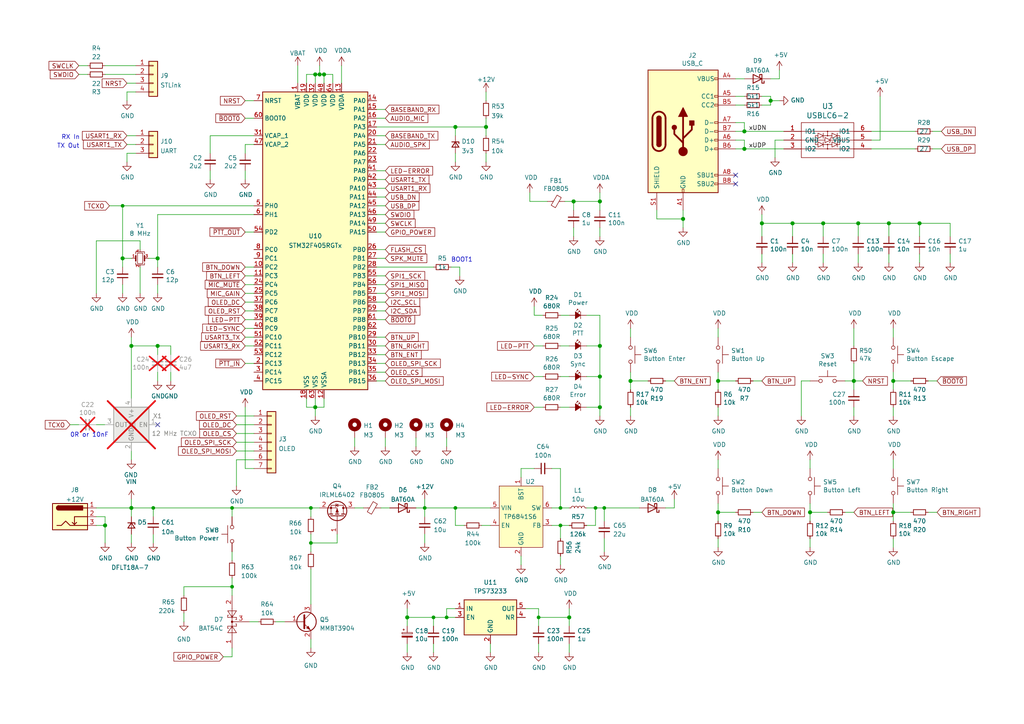
<source format=kicad_sch>
(kicad_sch (version 20230121) (generator eeschema)
  (paper "A4")
  (junction (at 35.56 74.93) (diameter 1.016))
  (junction (at 67.31 170.18))
  (junction (at 67.31 147.32))
  (junction (at 129.54 179.07))
  (junction (at 259.08 110.49) (diameter 1.016))
  (junction (at 208.28 148.59) (diameter 1.016))
  (junction (at 182.88 110.49) (diameter 1.016))
  (junction (at 123.19 147.32))
  (junction (at 234.95 148.59) (diameter 1.016))
  (junction (at 266.7 64.77) (diameter 1.016))
  (junction (at 125.73 179.07))
  (junction (at 173.99 109.22) (diameter 1.016))
  (junction (at 93.98 21.59) (diameter 1.016))
  (junction (at 238.76 64.77) (diameter 1.016))
  (junction (at 257.81 64.77) (diameter 1.016))
  (junction (at 173.99 58.42) (diameter 1.016))
  (junction (at 30.48 152.4) (diameter 1.016))
  (junction (at 208.28 110.49) (diameter 1.016))
  (junction (at 259.08 148.59) (diameter 1.016))
  (junction (at 172.72 147.32))
  (junction (at 162.56 152.4))
  (junction (at 91.44 118.11) (diameter 1.016))
  (junction (at 35.56 59.69))
  (junction (at 175.26 147.32))
  (junction (at 173.99 100.33) (diameter 1.016))
  (junction (at 248.92 64.77) (diameter 1.016))
  (junction (at 220.98 64.77) (diameter 1.016))
  (junction (at 247.65 110.49) (diameter 1.016))
  (junction (at 223.52 29.21) (diameter 1.016))
  (junction (at 198.12 63.5) (diameter 1.016))
  (junction (at 92.71 21.59) (diameter 1.016))
  (junction (at 45.72 74.93) (diameter 1.016))
  (junction (at 44.45 147.32))
  (junction (at 45.72 100.33) (diameter 1.016))
  (junction (at 38.1 100.33) (diameter 1.016))
  (junction (at 215.9 43.18) (diameter 1.016))
  (junction (at 90.17 157.48))
  (junction (at 118.11 179.07) (diameter 1.016))
  (junction (at 91.44 21.59) (diameter 1.016))
  (junction (at 132.08 147.32))
  (junction (at 38.1 147.32) (diameter 1.016))
  (junction (at 156.21 179.07))
  (junction (at 173.99 118.11) (diameter 1.016))
  (junction (at 215.9 38.1) (diameter 1.016))
  (junction (at 140.97 36.83) (diameter 1.016))
  (junction (at 162.56 147.32))
  (junction (at 166.37 58.42) (diameter 1.016))
  (junction (at 132.08 36.83) (diameter 1.016))
  (junction (at 90.17 147.32))
  (junction (at 229.87 64.77) (diameter 1.016))
  (junction (at 165.1 179.07) (diameter 1.016))
  (no_connect (at 213.36 50.8))
  (no_connect (at 213.36 53.34))
  (no_connect (at 45.72 123.19))
  (wire (pts (xy 91.44 115.57) (xy 91.44 118.11)))
  (wire (pts (xy 223.52 29.21) (xy 226.06 29.21)))
  (wire (pts (xy 109.22 92.71) (xy 111.76 92.71)))
  (wire (pts (xy 73.66 133.35) (xy 68.58 133.35)))
  (wire (pts (xy 223.52 29.21) (xy 223.52 30.48)))
  (wire (pts (xy 227.33 40.64) (xy 224.79 40.64)))
  (wire (pts (xy 173.99 58.42) (xy 173.99 55.88)))
  (wire (pts (xy 160.02 152.4) (xy 162.56 152.4)))
  (wire (pts (xy 208.28 95.25) (xy 208.28 97.79)))
  (wire (pts (xy 44.45 147.32) (xy 67.31 147.32)))
  (wire (pts (xy 259.08 110.49) (xy 259.08 113.03)))
  (wire (pts (xy 71.12 41.91) (xy 71.12 44.45)))
  (wire (pts (xy 140.97 26.67) (xy 140.97 29.21)))
  (wire (pts (xy 140.97 34.29) (xy 140.97 36.83)))
  (wire (pts (xy 140.97 36.83) (xy 140.97 39.37)))
  (wire (pts (xy 40.64 77.47) (xy 40.64 85.09)))
  (wire (pts (xy 88.9 24.13) (xy 88.9 21.59)))
  (wire (pts (xy 99.06 19.05) (xy 99.06 24.13)))
  (wire (pts (xy 109.22 74.93) (xy 111.76 74.93)))
  (wire (pts (xy 259.08 156.21) (xy 259.08 158.75)))
  (wire (pts (xy 109.22 87.63) (xy 111.76 87.63)))
  (wire (pts (xy 68.58 133.35) (xy 68.58 140.97)))
  (wire (pts (xy 38.1 144.78) (xy 38.1 147.32)))
  (wire (pts (xy 223.52 27.94) (xy 223.52 29.21)))
  (wire (pts (xy 238.76 73.66) (xy 238.76 76.2)))
  (wire (pts (xy 71.12 41.91) (xy 73.66 41.91)))
  (wire (pts (xy 35.56 59.69) (xy 35.56 74.93)))
  (wire (pts (xy 30.48 21.59) (xy 39.37 21.59)))
  (wire (pts (xy 166.37 66.04) (xy 166.37 68.58)))
  (wire (pts (xy 151.13 135.89) (xy 151.13 138.43)))
  (wire (pts (xy 90.17 165.1) (xy 90.17 175.26)))
  (wire (pts (xy 266.7 73.66) (xy 266.7 76.2)))
  (wire (pts (xy 123.19 147.32) (xy 123.19 149.86)))
  (wire (pts (xy 27.94 69.85) (xy 27.94 85.09)))
  (wire (pts (xy 40.64 69.85) (xy 27.94 69.85)))
  (wire (pts (xy 40.64 72.39) (xy 40.64 69.85)))
  (wire (pts (xy 123.19 144.78) (xy 123.19 147.32)))
  (wire (pts (xy 162.56 118.11) (xy 165.1 118.11)))
  (wire (pts (xy 247.65 110.49) (xy 247.65 113.03)))
  (wire (pts (xy 36.83 39.37) (xy 39.37 39.37)))
  (wire (pts (xy 91.44 21.59) (xy 88.9 21.59)))
  (wire (pts (xy 53.34 170.18) (xy 67.31 170.18)))
  (wire (pts (xy 257.81 73.66) (xy 257.81 76.2)))
  (wire (pts (xy 111.76 85.09) (xy 109.22 85.09)))
  (wire (pts (xy 157.48 91.44) (xy 154.94 91.44)))
  (wire (pts (xy 30.48 19.05) (xy 39.37 19.05)))
  (wire (pts (xy 245.11 148.59) (xy 247.65 148.59)))
  (wire (pts (xy 67.31 149.86) (xy 67.31 147.32)))
  (wire (pts (xy 252.73 38.1) (xy 265.43 38.1)))
  (wire (pts (xy 45.72 74.93) (xy 45.72 77.47)))
  (wire (pts (xy 49.53 107.95) (xy 49.53 110.49)))
  (wire (pts (xy 170.18 100.33) (xy 173.99 100.33)))
  (wire (pts (xy 162.56 152.4) (xy 165.1 152.4)))
  (wire (pts (xy 109.22 90.17) (xy 111.76 90.17)))
  (wire (pts (xy 30.48 152.4) (xy 30.48 157.48)))
  (wire (pts (xy 27.94 152.4) (xy 30.48 152.4)))
  (wire (pts (xy 229.87 64.77) (xy 238.76 64.77)))
  (wire (pts (xy 162.56 161.29) (xy 162.56 163.83)))
  (wire (pts (xy 71.12 90.17) (xy 73.66 90.17)))
  (wire (pts (xy 86.36 19.05) (xy 86.36 24.13)))
  (wire (pts (xy 43.18 74.93) (xy 45.72 74.93)))
  (wire (pts (xy 72.39 180.34) (xy 74.93 180.34)))
  (wire (pts (xy 109.22 52.07) (xy 111.76 52.07)))
  (wire (pts (xy 38.1 130.81) (xy 38.1 133.35)))
  (wire (pts (xy 224.79 40.64) (xy 224.79 45.72)))
  (wire (pts (xy 252.73 43.18) (xy 265.43 43.18)))
  (wire (pts (xy 232.41 110.49) (xy 232.41 120.65)))
  (wire (pts (xy 182.88 118.11) (xy 182.88 120.65)))
  (wire (pts (xy 91.44 118.11) (xy 91.44 120.65)))
  (wire (pts (xy 275.59 73.66) (xy 275.59 76.2)))
  (wire (pts (xy 173.99 66.04) (xy 173.99 68.58)))
  (wire (pts (xy 270.51 38.1) (xy 273.05 38.1)))
  (wire (pts (xy 71.12 87.63) (xy 73.66 87.63)))
  (wire (pts (xy 45.72 100.33) (xy 45.72 102.87)))
  (wire (pts (xy 38.1 147.32) (xy 38.1 149.86)))
  (wire (pts (xy 245.11 110.49) (xy 247.65 110.49)))
  (wire (pts (xy 275.59 64.77) (xy 275.59 68.58)))
  (wire (pts (xy 220.98 64.77) (xy 229.87 64.77)))
  (wire (pts (xy 88.9 118.11) (xy 91.44 118.11)))
  (wire (pts (xy 88.9 115.57) (xy 88.9 118.11)))
  (wire (pts (xy 91.44 118.11) (xy 93.98 118.11)))
  (wire (pts (xy 93.98 115.57) (xy 93.98 118.11)))
  (wire (pts (xy 111.76 127) (xy 111.76 129.54)))
  (wire (pts (xy 247.65 118.11) (xy 247.65 120.65)))
  (wire (pts (xy 252.73 40.64) (xy 255.27 40.64)))
  (wire (pts (xy 270.51 43.18) (xy 273.05 43.18)))
  (wire (pts (xy 35.56 59.69) (xy 73.66 59.69)))
  (wire (pts (xy 208.28 146.05) (xy 208.28 148.59)))
  (wire (pts (xy 266.7 64.77) (xy 275.59 64.77)))
  (wire (pts (xy 90.17 147.32) (xy 90.17 149.86)))
  (wire (pts (xy 162.56 147.32) (xy 162.56 135.89)))
  (wire (pts (xy 157.48 100.33) (xy 154.94 100.33)))
  (wire (pts (xy 71.12 29.21) (xy 73.66 29.21)))
  (wire (pts (xy 208.28 110.49) (xy 208.28 113.03)))
  (wire (pts (xy 190.5 60.96) (xy 190.5 63.5)))
  (wire (pts (xy 142.24 147.32) (xy 132.08 147.32)))
  (wire (pts (xy 71.12 82.55) (xy 73.66 82.55)))
  (wire (pts (xy 166.37 58.42) (xy 173.99 58.42)))
  (wire (pts (xy 175.26 147.32) (xy 175.26 151.13)))
  (wire (pts (xy 109.22 49.53) (xy 111.76 49.53)))
  (wire (pts (xy 165.1 186.69) (xy 165.1 189.23)))
  (wire (pts (xy 36.83 26.67) (xy 36.83 29.21)))
  (wire (pts (xy 39.37 26.67) (xy 36.83 26.67)))
  (wire (pts (xy 173.99 58.42) (xy 173.99 60.96)))
  (wire (pts (xy 132.08 44.45) (xy 132.08 46.99)))
  (wire (pts (xy 156.21 179.07) (xy 165.1 179.07)))
  (wire (pts (xy 255.27 27.94) (xy 255.27 40.64)))
  (wire (pts (xy 213.36 38.1) (xy 215.9 38.1)))
  (wire (pts (xy 45.72 107.95) (xy 45.72 110.49)))
  (wire (pts (xy 234.95 133.35) (xy 234.95 135.89)))
  (wire (pts (xy 67.31 170.18) (xy 67.31 172.72)))
  (wire (pts (xy 123.19 147.32) (xy 132.08 147.32)))
  (wire (pts (xy 213.36 43.18) (xy 215.9 43.18)))
  (wire (pts (xy 45.72 62.23) (xy 45.72 74.93)))
  (wire (pts (xy 208.28 107.95) (xy 208.28 110.49)))
  (wire (pts (xy 140.97 44.45) (xy 140.97 46.99)))
  (wire (pts (xy 257.81 64.77) (xy 257.81 68.58)))
  (wire (pts (xy 60.96 49.53) (xy 60.96 52.07)))
  (wire (pts (xy 247.65 110.49) (xy 250.19 110.49)))
  (wire (pts (xy 195.58 144.78) (xy 195.58 147.32)))
  (wire (pts (xy 53.34 177.8) (xy 53.34 180.34)))
  (wire (pts (xy 248.92 64.77) (xy 248.92 68.58)))
  (wire (pts (xy 109.22 105.41) (xy 111.76 105.41)))
  (wire (pts (xy 218.44 148.59) (xy 220.98 148.59)))
  (wire (pts (xy 71.12 100.33) (xy 73.66 100.33)))
  (wire (pts (xy 71.12 80.01) (xy 73.66 80.01)))
  (wire (pts (xy 71.12 85.09) (xy 73.66 85.09)))
  (wire (pts (xy 71.12 77.47) (xy 73.66 77.47)))
  (wire (pts (xy 170.18 147.32) (xy 172.72 147.32)))
  (wire (pts (xy 259.08 95.25) (xy 259.08 97.79)))
  (wire (pts (xy 208.28 148.59) (xy 208.28 151.13)))
  (wire (pts (xy 68.58 128.27) (xy 73.66 128.27)))
  (wire (pts (xy 125.73 179.07) (xy 129.54 179.07)))
  (wire (pts (xy 129.54 179.07) (xy 132.08 179.07)))
  (wire (pts (xy 162.56 100.33) (xy 165.1 100.33)))
  (wire (pts (xy 247.65 105.41) (xy 247.65 110.49)))
  (wire (pts (xy 162.56 135.89) (xy 160.02 135.89)))
  (wire (pts (xy 111.76 64.77) (xy 109.22 64.77)))
  (wire (pts (xy 109.22 110.49) (xy 111.76 110.49)))
  (wire (pts (xy 109.22 100.33) (xy 111.76 100.33)))
  (wire (pts (xy 215.9 43.18) (xy 227.33 43.18)))
  (wire (pts (xy 71.12 97.79) (xy 73.66 97.79)))
  (wire (pts (xy 259.08 118.11) (xy 259.08 120.65)))
  (wire (pts (xy 25.4 19.05) (xy 22.86 19.05)))
  (wire (pts (xy 162.56 147.32) (xy 165.1 147.32)))
  (wire (pts (xy 102.87 147.32) (xy 105.41 147.32)))
  (wire (pts (xy 111.76 62.23) (xy 109.22 62.23)))
  (wire (pts (xy 269.24 110.49) (xy 271.78 110.49)))
  (wire (pts (xy 213.36 30.48) (xy 215.9 30.48)))
  (wire (pts (xy 220.98 27.94) (xy 223.52 27.94)))
  (wire (pts (xy 109.22 77.47) (xy 125.73 77.47)))
  (wire (pts (xy 157.48 118.11) (xy 154.94 118.11)))
  (wire (pts (xy 35.56 82.55) (xy 35.56 85.09)))
  (wire (pts (xy 111.76 82.55) (xy 109.22 82.55)))
  (wire (pts (xy 247.65 95.25) (xy 247.65 100.33)))
  (wire (pts (xy 90.17 157.48) (xy 90.17 160.02)))
  (wire (pts (xy 118.11 179.07) (xy 118.11 181.61)))
  (wire (pts (xy 165.1 179.07) (xy 165.1 181.61)))
  (wire (pts (xy 90.17 154.94) (xy 90.17 157.48)))
  (wire (pts (xy 39.37 24.13) (xy 36.83 24.13)))
  (wire (pts (xy 170.18 91.44) (xy 173.99 91.44)))
  (wire (pts (xy 198.12 63.5) (xy 198.12 60.96)))
  (wire (pts (xy 90.17 185.42) (xy 90.17 187.96)))
  (wire (pts (xy 38.1 100.33) (xy 38.1 97.79)))
  (wire (pts (xy 39.37 44.45) (xy 36.83 44.45)))
  (wire (pts (xy 162.56 91.44) (xy 165.1 91.44)))
  (wire (pts (xy 35.56 74.93) (xy 35.56 77.47)))
  (wire (pts (xy 123.19 154.94) (xy 123.19 157.48)))
  (wire (pts (xy 68.58 123.19) (xy 73.66 123.19)))
  (wire (pts (xy 45.72 100.33) (xy 49.53 100.33)))
  (wire (pts (xy 109.22 67.31) (xy 111.76 67.31)))
  (wire (pts (xy 109.22 31.75) (xy 111.76 31.75)))
  (wire (pts (xy 60.96 39.37) (xy 60.96 44.45)))
  (wire (pts (xy 156.21 186.69) (xy 156.21 189.23)))
  (wire (pts (xy 111.76 72.39) (xy 109.22 72.39)))
  (wire (pts (xy 151.13 161.29) (xy 151.13 163.83)))
  (wire (pts (xy 170.18 152.4) (xy 172.72 152.4)))
  (wire (pts (xy 158.75 58.42) (xy 153.67 58.42)))
  (wire (pts (xy 38.1 100.33) (xy 45.72 100.33)))
  (wire (pts (xy 109.22 39.37) (xy 111.76 39.37)))
  (wire (pts (xy 259.08 148.59) (xy 259.08 151.13)))
  (wire (pts (xy 162.56 109.22) (xy 165.1 109.22)))
  (wire (pts (xy 36.83 41.91) (xy 39.37 41.91)))
  (wire (pts (xy 175.26 156.21) (xy 175.26 160.02)))
  (wire (pts (xy 132.08 36.83) (xy 140.97 36.83)))
  (wire (pts (xy 132.08 39.37) (xy 132.08 36.83)))
  (wire (pts (xy 142.24 186.69) (xy 142.24 189.23)))
  (wire (pts (xy 125.73 186.69) (xy 125.73 189.23)))
  (wire (pts (xy 238.76 64.77) (xy 248.92 64.77)))
  (wire (pts (xy 45.72 62.23) (xy 73.66 62.23)))
  (wire (pts (xy 208.28 110.49) (xy 213.36 110.49)))
  (wire (pts (xy 130.81 77.47) (xy 133.35 77.47)))
  (wire (pts (xy 25.4 21.59) (xy 22.86 21.59)))
  (wire (pts (xy 44.45 154.94) (xy 44.45 157.48)))
  (wire (pts (xy 154.94 135.89) (xy 151.13 135.89)))
  (wire (pts (xy 213.36 35.56) (xy 215.9 35.56)))
  (wire (pts (xy 170.18 118.11) (xy 173.99 118.11)))
  (wire (pts (xy 68.58 125.73) (xy 73.66 125.73)))
  (wire (pts (xy 92.71 21.59) (xy 91.44 21.59)))
  (wire (pts (xy 93.98 21.59) (xy 92.71 21.59)))
  (wire (pts (xy 208.28 118.11) (xy 208.28 120.65)))
  (wire (pts (xy 118.11 186.69) (xy 118.11 189.23)))
  (wire (pts (xy 110.49 147.32) (xy 113.03 147.32)))
  (wire (pts (xy 157.48 109.22) (xy 154.94 109.22)))
  (wire (pts (xy 234.95 148.59) (xy 234.95 151.13)))
  (wire (pts (xy 223.52 22.86) (xy 226.06 22.86)))
  (wire (pts (xy 165.1 179.07) (xy 165.1 176.53)))
  (wire (pts (xy 38.1 154.94) (xy 38.1 157.48)))
  (wire (pts (xy 93.98 24.13) (xy 93.98 21.59)))
  (wire (pts (xy 234.95 146.05) (xy 234.95 148.59)))
  (wire (pts (xy 208.28 133.35) (xy 208.28 135.89)))
  (wire (pts (xy 73.66 92.71) (xy 71.12 92.71)))
  (wire (pts (xy 102.87 127) (xy 102.87 129.54)))
  (wire (pts (xy 190.5 63.5) (xy 198.12 63.5)))
  (wire (pts (xy 120.65 147.32) (xy 123.19 147.32)))
  (wire (pts (xy 53.34 172.72) (xy 53.34 170.18)))
  (wire (pts (xy 67.31 147.32) (xy 90.17 147.32)))
  (wire (pts (xy 215.9 40.64) (xy 215.9 43.18)))
  (wire (pts (xy 96.52 24.13) (xy 96.52 21.59)))
  (wire (pts (xy 27.94 123.19) (xy 30.48 123.19)))
  (wire (pts (xy 213.36 22.86) (xy 215.9 22.86)))
  (wire (pts (xy 172.72 147.32) (xy 172.72 152.4)))
  (wire (pts (xy 73.66 95.25) (xy 71.12 95.25)))
  (wire (pts (xy 109.22 102.87) (xy 111.76 102.87)))
  (wire (pts (xy 226.06 22.86) (xy 226.06 20.32)))
  (wire (pts (xy 60.96 39.37) (xy 73.66 39.37)))
  (wire (pts (xy 67.31 187.96) (xy 67.31 190.5)))
  (wire (pts (xy 259.08 133.35) (xy 259.08 135.89)))
  (wire (pts (xy 220.98 62.23) (xy 220.98 64.77)))
  (wire (pts (xy 71.12 67.31) (xy 73.66 67.31)))
  (wire (pts (xy 259.08 110.49) (xy 264.16 110.49)))
  (wire (pts (xy 172.72 147.32) (xy 175.26 147.32)))
  (wire (pts (xy 152.4 176.53) (xy 156.21 176.53)))
  (wire (pts (xy 156.21 176.53) (xy 156.21 179.07)))
  (wire (pts (xy 118.11 179.07) (xy 118.11 176.53)))
  (wire (pts (xy 198.12 63.5) (xy 198.12 66.04)))
  (wire (pts (xy 162.56 152.4) (xy 162.56 156.21)))
  (wire (pts (xy 80.01 180.34) (xy 82.55 180.34)))
  (wire (pts (xy 160.02 147.32) (xy 162.56 147.32)))
  (wire (pts (xy 109.22 107.95) (xy 111.76 107.95)))
  (wire (pts (xy 234.95 148.59) (xy 240.03 148.59)))
  (wire (pts (xy 36.83 44.45) (xy 36.83 46.99)))
  (wire (pts (xy 20.32 123.19) (xy 22.86 123.19)))
  (wire (pts (xy 97.79 154.94) (xy 97.79 157.48)))
  (wire (pts (xy 193.04 110.49) (xy 195.58 110.49)))
  (wire (pts (xy 96.52 21.59) (xy 93.98 21.59)))
  (wire (pts (xy 229.87 64.77) (xy 229.87 68.58)))
  (wire (pts (xy 90.17 157.48) (xy 97.79 157.48)))
  (wire (pts (xy 182.88 110.49) (xy 187.96 110.49)))
  (wire (pts (xy 38.1 147.32) (xy 44.45 147.32)))
  (wire (pts (xy 27.94 149.86) (xy 30.48 149.86)))
  (wire (pts (xy 30.48 149.86) (xy 30.48 152.4)))
  (wire (pts (xy 259.08 146.05) (xy 259.08 148.59)))
  (wire (pts (xy 175.26 147.32) (xy 185.42 147.32)))
  (wire (pts (xy 182.88 110.49) (xy 182.88 113.03)))
  (wire (pts (xy 257.81 64.77) (xy 266.7 64.77)))
  (wire (pts (xy 132.08 147.32) (xy 132.08 152.4)))
  (wire (pts (xy 92.71 19.05) (xy 92.71 21.59)))
  (wire (pts (xy 125.73 179.07) (xy 125.73 181.61)))
  (wire (pts (xy 68.58 130.81) (xy 73.66 130.81)))
  (wire (pts (xy 208.28 148.59) (xy 213.36 148.59)))
  (wire (pts (xy 109.22 41.91) (xy 111.76 41.91)))
  (wire (pts (xy 71.12 49.53) (xy 71.12 52.07)))
  (wire (pts (xy 31.75 59.69) (xy 35.56 59.69)))
  (wire (pts (xy 223.52 30.48) (xy 220.98 30.48)))
  (wire (pts (xy 154.94 91.44) (xy 154.94 88.9)))
  (wire (pts (xy 71.12 105.41) (xy 73.66 105.41)))
  (wire (pts (xy 109.22 80.01) (xy 111.76 80.01)))
  (wire (pts (xy 218.44 110.49) (xy 220.98 110.49)))
  (wire (pts (xy 71.12 135.89) (xy 71.12 118.11)))
  (wire (pts (xy 73.66 135.89) (xy 71.12 135.89)))
  (wire (pts (xy 266.7 64.77) (xy 266.7 68.58)))
  (wire (pts (xy 193.04 147.32) (xy 195.58 147.32)))
  (wire (pts (xy 132.08 152.4) (xy 134.62 152.4)))
  (wire (pts (xy 120.65 127) (xy 120.65 129.54)))
  (wire (pts (xy 45.72 82.55) (xy 45.72 85.09)))
  (wire (pts (xy 234.95 156.21) (xy 234.95 158.75)))
  (wire (pts (xy 35.56 74.93) (xy 38.1 74.93)))
  (wire (pts (xy 139.7 152.4) (xy 142.24 152.4)))
  (wire (pts (xy 213.36 27.94) (xy 215.9 27.94)))
  (wire (pts (xy 90.17 147.32) (xy 92.71 147.32)))
  (wire (pts (xy 248.92 64.77) (xy 257.81 64.77)))
  (wire (pts (xy 269.24 148.59) (xy 271.78 148.59)))
  (wire (pts (xy 259.08 148.59) (xy 264.16 148.59)))
  (wire (pts (xy 132.08 176.53) (xy 129.54 176.53)))
  (wire (pts (xy 129.54 176.53) (xy 129.54 179.07)))
  (wire (pts (xy 163.83 58.42) (xy 166.37 58.42)))
  (wire (pts (xy 220.98 68.58) (xy 220.98 64.77)))
  (wire (pts (xy 109.22 36.83) (xy 132.08 36.83)))
  (wire (pts (xy 64.77 190.5) (xy 67.31 190.5)))
  (wire (pts (xy 229.87 73.66) (xy 229.87 76.2)))
  (wire (pts (xy 67.31 167.64) (xy 67.31 170.18)))
  (wire (pts (xy 215.9 38.1) (xy 227.33 38.1)))
  (wire (pts (xy 44.45 147.32) (xy 44.45 149.86)))
  (wire (pts (xy 182.88 95.25) (xy 182.88 97.79)))
  (wire (pts (xy 133.35 77.47) (xy 133.35 80.01)))
  (wire (pts (xy 71.12 34.29) (xy 73.66 34.29)))
  (wire (pts (xy 173.99 100.33) (xy 173.99 109.22)))
  (wire (pts (xy 156.21 179.07) (xy 156.21 181.61)))
  (wire (pts (xy 49.53 100.33) (xy 49.53 102.87)))
  (wire (pts (xy 182.88 107.95) (xy 182.88 110.49)))
  (wire (pts (xy 248.92 73.66) (xy 248.92 76.2)))
  (wire (pts (xy 215.9 35.56) (xy 215.9 38.1)))
  (wire (pts (xy 173.99 109.22) (xy 173.99 118.11)))
  (wire (pts (xy 220.98 73.66) (xy 220.98 76.2)))
  (wire (pts (xy 38.1 115.57) (xy 38.1 100.33)))
  (wire (pts (xy 173.99 118.11) (xy 173.99 120.65)))
  (wire (pts (xy 238.76 64.77) (xy 238.76 68.58)))
  (wire (pts (xy 91.44 24.13) (xy 91.44 21.59)))
  (wire (pts (xy 68.58 120.65) (xy 73.66 120.65)))
  (wire (pts (xy 67.31 160.02) (xy 67.31 162.56)))
  (wire (pts (xy 173.99 91.44) (xy 173.99 100.33)))
  (wire (pts (xy 27.94 147.32) (xy 38.1 147.32)))
  (wire (pts (xy 259.08 107.95) (xy 259.08 110.49)))
  (wire (pts (xy 170.18 109.22) (xy 173.99 109.22)))
  (wire (pts (xy 153.67 58.42) (xy 153.67 55.88)))
  (wire (pts (xy 111.76 59.69) (xy 109.22 59.69)))
  (wire (pts (xy 166.37 58.42) (xy 166.37 60.96)))
  (wire (pts (xy 213.36 40.64) (xy 215.9 40.64)))
  (wire (pts (xy 125.73 179.07) (xy 118.11 179.07)))
  (wire (pts (xy 232.41 110.49) (xy 234.95 110.49)))
  (wire (pts (xy 109.22 34.29) (xy 111.76 34.29)))
  (wire (pts (xy 109.22 54.61) (xy 111.76 54.61)))
  (wire (pts (xy 208.28 156.21) (xy 208.28 158.75)))
  (wire (pts (xy 129.54 127) (xy 129.54 129.54)))
  (wire (pts (xy 111.76 57.15) (xy 109.22 57.15)))
  (wire (pts (xy 109.22 97.79) (xy 111.76 97.79)))
  (text "BOOT1" (at 130.81 76.2 0) (effects (font (size 1.27 1.27)) (justify left bottom)))
  (text "TX Out" (at 16.51 43.18 0) (effects (font (size 1.27 1.27)) (justify left bottom)))
  (text "RX In" (at 17.78 40.64 0) (effects (font (size 1.27 1.27)) (justify left bottom)))
  (text "0R or 10nF" (at 20.32 127 0) (effects (font (size 1.27 1.27)) (justify left bottom)))
  (label "xUDN" (at 217.17 38.1 0))
  (label "xUDP" (at 217.17 43.18 0))
  (global_label "GPIO_POWER" (shape input) (at 64.77 190.5 180) (property "Intersheetrefs" "${INTERSHEET_REFS}" (effects hide)))
  (global_label "LED-SYNC" (shape input) (at 154.94 109.22 180) (property "Intersheetrefs" "${INTERSHEET_REFS}" (effects hide)))
  (global_label "USART1_RX" (shape input) (at 36.83 39.37 180) (property "Intersheetrefs" "${INTERSHEET_REFS}" (effects hide)))
  (global_label "LED-ERROR" (shape input) (at 154.94 118.11 180) (property "Intersheetrefs" "${INTERSHEET_REFS}" (effects hide)))
  (global_label "OLED_CS" (shape input) (at 111.76 107.95 0) (property "Intersheetrefs" "${INTERSHEET_REFS}" (effects hide)))
  (global_label "USB_DP" (shape input) (at 273.05 43.18 0) (property "Intersheetrefs" "${INTERSHEET_REFS}" (effects hide)))
  (global_label "SWCLK" (shape input) (at 111.76 64.77 0) (property "Intersheetrefs" "${INTERSHEET_REFS}" (effects hide)))
  (global_label "~{PTT_IN}" (shape input) (at 71.12 105.41 180) (property "Intersheetrefs" "${INTERSHEET_REFS}" (effects hide)))
  (global_label "OLED_SPI_MOSI" (shape input) (at 111.76 110.49 0) (property "Intersheetrefs" "${INTERSHEET_REFS}" (effects hide)))
  (global_label "OLED_SPI_SCK" (shape input) (at 68.58 128.27 180) (property "Intersheetrefs" "${INTERSHEET_REFS}" (effects hide)))
  (global_label "TCXO" (shape input) (at 20.32 123.19 180) (property "Intersheetrefs" "${INTERSHEET_REFS}" (effects hide)))
  (global_label "OLED_DC" (shape input) (at 68.58 123.19 180) (property "Intersheetrefs" "${INTERSHEET_REFS}" (effects hide)))
  (global_label "BTN_LEFT" (shape input) (at 247.65 148.59 0) (property "Intersheetrefs" "${INTERSHEET_REFS}" (effects hide)))
  (global_label "~{BOOT0}" (shape input) (at 111.76 92.71 0) (property "Intersheetrefs" "${INTERSHEET_REFS}" (effects hide)))
  (global_label "TCXO" (shape input) (at 31.75 59.69 180) (property "Intersheetrefs" "${INTERSHEET_REFS}" (effects hide)))
  (global_label "MIC_GAIN" (shape input) (at 71.12 85.09 180) (property "Intersheetrefs" "${INTERSHEET_REFS}" (effects hide)))
  (global_label "OLED_SPI_MOSI" (shape input) (at 68.58 130.81 180) (property "Intersheetrefs" "${INTERSHEET_REFS}" (effects hide)))
  (global_label "SWCLK" (shape input) (at 22.86 19.05 180) (property "Intersheetrefs" "${INTERSHEET_REFS}" (effects hide)))
  (global_label "BTN_ENT" (shape input) (at 195.58 110.49 0) (property "Intersheetrefs" "${INTERSHEET_REFS}" (effects hide)))
  (global_label "AUDIO_SPK" (shape input) (at 111.76 41.91 0) (property "Intersheetrefs" "${INTERSHEET_REFS}" (effects hide)))
  (global_label "OLED_DC" (shape input) (at 71.12 87.63 180) (property "Intersheetrefs" "${INTERSHEET_REFS}" (effects hide)))
  (global_label "~{PTT_OUT}" (shape input) (at 71.12 67.31 180) (property "Intersheetrefs" "${INTERSHEET_REFS}" (effects hide)))
  (global_label "~{MIC_MUTE}" (shape input) (at 71.12 82.55 180) (property "Intersheetrefs" "${INTERSHEET_REFS}" (effects hide)))
  (global_label "SWDIO" (shape input) (at 22.86 21.59 180) (property "Intersheetrefs" "${INTERSHEET_REFS}" (effects hide)))
  (global_label "LED-PTT" (shape input) (at 71.12 92.71 180) (property "Intersheetrefs" "${INTERSHEET_REFS}" (effects hide)))
  (global_label "~{BOOT0}" (shape input) (at 271.78 110.49 0) (property "Intersheetrefs" "${INTERSHEET_REFS}" (effects hide)))
  (global_label "OLED_SPI_SCK" (shape input) (at 111.76 105.41 0) (property "Intersheetrefs" "${INTERSHEET_REFS}" (effects hide)))
  (global_label "LED-ERROR" (shape input) (at 111.76 49.53 0) (property "Intersheetrefs" "${INTERSHEET_REFS}" (effects hide)))
  (global_label "BTN_DOWN" (shape input) (at 71.12 77.47 180) (property "Intersheetrefs" "${INTERSHEET_REFS}" (effects hide)))
  (global_label "LED-PTT" (shape input) (at 154.94 100.33 180) (property "Intersheetrefs" "${INTERSHEET_REFS}" (effects hide)))
  (global_label "USB_DP" (shape input) (at 111.76 59.69 0) (property "Intersheetrefs" "${INTERSHEET_REFS}" (effects hide)))
  (global_label "I2C_SCL" (shape input) (at 111.76 87.63 0) (property "Intersheetrefs" "${INTERSHEET_REFS}" (effects hide)))
  (global_label "AUDIO_MIC" (shape input) (at 111.76 34.29 0) (property "Intersheetrefs" "${INTERSHEET_REFS}" (effects hide)))
  (global_label "BTN_LEFT" (shape input) (at 71.12 80.01 180) (property "Intersheetrefs" "${INTERSHEET_REFS}" (effects hide)))
  (global_label "SPI1_MOSI" (shape input) (at 111.76 85.09 0) (property "Intersheetrefs" "${INTERSHEET_REFS}" (effects hide)))
  (global_label "USB_DN" (shape input) (at 111.76 57.15 0) (property "Intersheetrefs" "${INTERSHEET_REFS}" (effects hide)))
  (global_label "USART1_TX" (shape input) (at 111.76 52.07 0) (property "Intersheetrefs" "${INTERSHEET_REFS}" (effects hide)))
  (global_label "USART1_RX" (shape input) (at 111.76 54.61 0) (property "Intersheetrefs" "${INTERSHEET_REFS}" (effects hide)))
  (global_label "BTN_ENT" (shape input) (at 111.76 102.87 0) (property "Intersheetrefs" "${INTERSHEET_REFS}" (effects hide)))
  (global_label "NRST" (shape input) (at 36.83 24.13 180) (property "Intersheetrefs" "${INTERSHEET_REFS}" (effects hide)))
  (global_label "FLASH_CS" (shape input) (at 111.76 72.39 0) (property "Intersheetrefs" "${INTERSHEET_REFS}" (effects hide)))
  (global_label "BTN_RIGHT" (shape input) (at 271.78 148.59 0) (property "Intersheetrefs" "${INTERSHEET_REFS}" (effects hide)))
  (global_label "GPIO_POWER" (shape input) (at 111.76 67.31 0) (property "Intersheetrefs" "${INTERSHEET_REFS}" (effects hide)))
  (global_label "USART1_TX" (shape input) (at 36.83 41.91 180) (property "Intersheetrefs" "${INTERSHEET_REFS}" (effects hide)))
  (global_label "BTN_DOWN" (shape input) (at 220.98 148.59 0) (property "Intersheetrefs" "${INTERSHEET_REFS}" (effects hide)))
  (global_label "USART3_RX" (shape input) (at 71.12 100.33 180) (property "Intersheetrefs" "${INTERSHEET_REFS}" (effects hide)))
  (global_label "SWDIO" (shape input) (at 111.76 62.23 0) (property "Intersheetrefs" "${INTERSHEET_REFS}" (effects hide)))
  (global_label "OLED_RST" (shape input) (at 68.58 120.65 180) (property "Intersheetrefs" "${INTERSHEET_REFS}" (effects hide)))
  (global_label "SPI1_MISO" (shape input) (at 111.76 82.55 0) (property "Intersheetrefs" "${INTERSHEET_REFS}" (effects hide)))
  (global_label "NRST" (shape input) (at 250.19 110.49 0) (property "Intersheetrefs" "${INTERSHEET_REFS}" (effects hide)))
  (global_label "LED-SYNC" (shape input) (at 71.12 95.25 180) (property "Intersheetrefs" "${INTERSHEET_REFS}" (effects hide)))
  (global_label "SPI1_SCK" (shape input) (at 111.76 80.01 0) (property "Intersheetrefs" "${INTERSHEET_REFS}" (effects hide)))
  (global_label "BASEBAND_RX" (shape input) (at 111.76 31.75 0) (property "Intersheetrefs" "${INTERSHEET_REFS}" (effects hide)))
  (global_label "~{BOOT0}" (shape input) (at 71.12 34.29 180) (property "Intersheetrefs" "${INTERSHEET_REFS}" (effects hide)))
  (global_label "BTN_UP" (shape input) (at 111.76 97.79 0) (property "Intersheetrefs" "${INTERSHEET_REFS}" (effects hide)))
  (global_label "OLED_CS" (shape input) (at 68.58 125.73 180) (property "Intersheetrefs" "${INTERSHEET_REFS}" (effects hide)))
  (global_label "SPK_MUTE" (shape input) (at 111.76 74.93 0) (property "Intersheetrefs" "${INTERSHEET_REFS}" (effects hide)))
  (global_label "USART3_TX" (shape input) (at 71.12 97.79 180) (property "Intersheetrefs" "${INTERSHEET_REFS}" (effects hide)))
  (global_label "BTN_UP" (shape input) (at 220.98 110.49 0) (property "Intersheetrefs" "${INTERSHEET_REFS}" (effects hide)))
  (global_label "OLED_RST" (shape input) (at 71.12 90.17 180) (property "Intersheetrefs" "${INTERSHEET_REFS}" (effects hide)))
  (global_label "NRST" (shape input) (at 71.12 29.21 180) (property "Intersheetrefs" "${INTERSHEET_REFS}" (effects hide)))
  (global_label "BASEBAND_TX" (shape input) (at 111.76 39.37 0) (property "Intersheetrefs" "${INTERSHEET_REFS}" (effects hide)))
  (global_label "I2C_SDA" (shape input) (at 111.76 90.17 0) (property "Intersheetrefs" "${INTERSHEET_REFS}" (effects hide)))
  (global_label "USB_DN" (shape input) (at 273.05 38.1 0) (property "Intersheetrefs" "${INTERSHEET_REFS}" (effects hide)))
  (global_label "BTN_RIGHT" (shape input) (at 111.76 100.33 0) (property "Intersheetrefs" "${INTERSHEET_REFS}" (effects hide)))
  (symbol (lib_id "Device:Crystal_GND24_Small") (at 40.64 74.93 0) (unit 1)
    (property "Reference" "Y1" (at 40.64 65.405 0))
    (property "Value" "8 MHz" (at 40.64 67.7164 0))
    (property "Footprint" "Crystal:Crystal_SMD_3225-4Pin_3.2x2.5mm" (effects hide))
  )
  (symbol (lib_id "pkl_device:pkl_C_Small") (at 35.56 80.01 0) (mirror x) (unit 1)
    (property "Reference" "C3" (at 33.2232 78.8416 0) (effects (justify right)))
    (property "Value" "12p" (at 33.2232 81.153 0) (effects (justify right)))
    (property "Footprint" "pkl_dipol:C_0603" (effects hide))
  )
  (symbol (lib_id "pkl_device:pkl_C_Small") (at 45.72 80.01 0) (unit 1)
    (property "Reference" "C6" (at 48.0568 78.8416 0) (effects (justify left)))
    (property "Value" "12p" (at 48.0568 81.153 0) (effects (justify left)))
    (property "Footprint" "pkl_dipol:C_0603" (effects hide))
  )
  (symbol (lib_id "power:GND") (at 35.56 85.09 0) (unit 1)
    (property "Reference" "#PWR05" (effects hide))
    (property "Value" "GND" (at 35.687 89.4842 0))
  )
  (symbol (lib_id "power:GND") (at 45.72 85.09 0) (unit 1)
    (property "Reference" "#PWR010" (effects hide))
    (property "Value" "GND" (at 45.847 89.4842 0))
  )
  (symbol (lib_id "pkl_device:pkl_C_Small") (at 71.12 46.99 0) (mirror x) (unit 1)
    (property "Reference" "C5" (at 68.7832 45.8216 0) (effects (justify right)))
    (property "Value" "2u2" (at 68.7832 48.133 0) (effects (justify right)))
    (property "Footprint" "pkl_dipol:C_0603" (effects hide))
  )
  (symbol (lib_id "pkl_device:pkl_C_Small") (at 60.96 46.99 0) (mirror x) (unit 1)
    (property "Reference" "C2" (at 58.6232 45.8216 0) (effects (justify right)))
    (property "Value" "2u2" (at 58.6232 48.133 0) (effects (justify right)))
    (property "Footprint" "pkl_dipol:C_0603" (effects hide))
  )
  (symbol (lib_id "power:GND") (at 60.96 52.07 0) (unit 1)
    (property "Reference" "#PWR04" (effects hide))
    (property "Value" "GND" (at 61.087 56.4642 0))
  )
  (symbol (lib_id "Oscillator:XO32") (at 38.1 123.19 0) (mirror y) (unit 1) (dnp yes)
    (property "Reference" "X1" (at 46.99 120.65 0) (effects (justify left)))
    (property "Value" "12 MHz TCXO" (at 57.15 125.73 0) (effects (justify left)))
    (property "Footprint" "Oscillator:Oscillator_SMD_Abracon_ASE-4Pin_3.2x2.5mm" (effects hide))
    (property "Datasheet" "http://cdn-reichelt.de/documents/datenblatt/B400/XO32.pdf" (effects hide))
  )
  (symbol (lib_id "power:GND") (at 71.12 52.07 0) (unit 1)
    (property "Reference" "#PWR09" (effects hide))
    (property "Value" "GND" (at 71.247 56.4642 0))
  )
  (symbol (lib_id "Device:Ferrite_Bead_Small") (at 161.29 58.42 270) (unit 1)
    (property "Reference" "FB1" (at 161.29 52.4002 90))
    (property "Value" "FB0805" (at 161.29 54.7116 90))
    (property "Footprint" "pkl_dipol:L_0805" (effects hide))
  )
  (symbol (lib_id "pkl_device:pkl_C_Small") (at 166.37 63.5 0) (unit 1)
    (property "Reference" "C8" (at 168.7068 62.3316 0) (effects (justify left)))
    (property "Value" "1u" (at 168.7068 64.643 0) (effects (justify left)))
    (property "Footprint" "pkl_dipol:C_0603" (effects hide))
  )
  (symbol (lib_id "pkl_device:pkl_C_Small") (at 173.99 63.5 0) (unit 1)
    (property "Reference" "C11" (at 176.3268 62.3316 0) (effects (justify left)))
    (property "Value" "100n" (at 176.3268 64.643 0) (effects (justify left)))
    (property "Footprint" "pkl_dipol:C_0603" (effects hide))
  )
  (symbol (lib_id "power:VDD") (at 153.67 55.88 0) (unit 1)
    (property "Reference" "#PWR01" (effects hide))
    (property "Value" "VDD" (at 154.051 51.4858 0))
  )
  (symbol (lib_id "power:GND") (at 38.1 133.35 0) (mirror y) (unit 1)
    (property "Reference" "#PWR034" (effects hide))
    (property "Value" "GND" (at 37.973 137.7442 0))
  )
  (symbol (lib_id "power:VDDA") (at 99.06 19.05 0) (unit 1)
    (property "Reference" "#PWR022" (effects hide))
    (property "Value" "VDDA" (at 99.441 14.6558 0))
  )
  (symbol (lib_id "power:VDDA") (at 173.99 55.88 0) (unit 1)
    (property "Reference" "#PWR016" (effects hide))
    (property "Value" "VDDA" (at 174.371 51.4858 0))
  )
  (symbol (lib_id "power:VDD") (at 92.71 19.05 0) (unit 1)
    (property "Reference" "#PWR019" (effects hide))
    (property "Value" "VDD" (at 93.091 14.6558 0))
  )
  (symbol (lib_id "pkl_device:pkl_C_Small") (at 220.98 71.12 0) (unit 1)
    (property "Reference" "C1" (at 223.3168 69.9516 0) (effects (justify left)))
    (property "Value" "100n" (at 223.3168 72.263 0) (effects (justify left)))
    (property "Footprint" "pkl_dipol:C_0603" (effects hide))
  )
  (symbol (lib_id "pkl_device:pkl_C_Small") (at 229.87 71.12 0) (unit 1)
    (property "Reference" "C4" (at 232.2068 69.9516 0) (effects (justify left)))
    (property "Value" "10n" (at 232.2068 72.263 0) (effects (justify left)))
    (property "Footprint" "pkl_dipol:C_0603" (effects hide))
  )
  (symbol (lib_id "pkl_device:pkl_C_Small") (at 238.76 71.12 0) (unit 1)
    (property "Reference" "C7" (at 241.0968 69.9516 0) (effects (justify left)))
    (property "Value" "100n" (at 241.0968 72.263 0) (effects (justify left)))
    (property "Footprint" "pkl_dipol:C_0603" (effects hide))
  )
  (symbol (lib_id "pkl_device:pkl_C_Small") (at 248.92 71.12 0) (unit 1)
    (property "Reference" "C13" (at 251.2568 69.9516 0) (effects (justify left)))
    (property "Value" "100n" (at 251.2568 72.263 0) (effects (justify left)))
    (property "Footprint" "pkl_dipol:C_0603" (effects hide))
  )
  (symbol (lib_id "pkl_device:pkl_C_Small") (at 257.81 71.12 0) (unit 1)
    (property "Reference" "C14" (at 260.1468 69.9516 0) (effects (justify left)))
    (property "Value" "10n" (at 260.1468 72.263 0) (effects (justify left)))
    (property "Footprint" "pkl_dipol:C_0603" (effects hide))
  )
  (symbol (lib_id "pkl_device:pkl_C_Small") (at 266.7 71.12 0) (unit 1)
    (property "Reference" "C16" (at 269.0368 69.9516 0) (effects (justify left)))
    (property "Value" "10n" (at 269.0368 72.263 0) (effects (justify left)))
    (property "Footprint" "pkl_dipol:C_0603" (effects hide))
  )
  (symbol (lib_id "pkl_device:pkl_C_Small") (at 275.59 71.12 0) (unit 1)
    (property "Reference" "C17" (at 277.9268 69.9516 0) (effects (justify left)))
    (property "Value" "1u" (at 277.9268 72.263 0) (effects (justify left)))
    (property "Footprint" "pkl_dipol:C_0603" (effects hide))
  )
  (symbol (lib_id "power:GND") (at 220.98 76.2 0) (unit 1)
    (property "Reference" "#PWR03" (effects hide))
    (property "Value" "GND" (at 221.107 80.5942 0))
  )
  (symbol (lib_id "power:GND") (at 229.87 76.2 0) (unit 1)
    (property "Reference" "#PWR08" (effects hide))
    (property "Value" "GND" (at 229.997 80.5942 0))
  )
  (symbol (lib_id "power:GND") (at 238.76 76.2 0) (unit 1)
    (property "Reference" "#PWR011" (effects hide))
    (property "Value" "GND" (at 238.887 80.5942 0))
  )
  (symbol (lib_id "power:GND") (at 248.92 76.2 0) (unit 1)
    (property "Reference" "#PWR013" (effects hide))
    (property "Value" "GND" (at 249.047 80.5942 0))
  )
  (symbol (lib_id "power:GND") (at 257.81 76.2 0) (unit 1)
    (property "Reference" "#PWR015" (effects hide))
    (property "Value" "GND" (at 257.937 80.5942 0))
  )
  (symbol (lib_id "power:GND") (at 266.7 76.2 0) (unit 1)
    (property "Reference" "#PWR018" (effects hide))
    (property "Value" "GND" (at 266.827 80.5942 0))
  )
  (symbol (lib_id "power:GND") (at 275.59 76.2 0) (unit 1)
    (property "Reference" "#PWR020" (effects hide))
    (property "Value" "GND" (at 275.717 80.5942 0))
  )
  (symbol (lib_id "pkl_device:pkl_C_Small") (at 25.4 123.19 270) (unit 1) (dnp yes)
    (property "Reference" "C22" (at 25.4 117.3734 90))
    (property "Value" "100n" (at 25.4 119.6848 90))
    (property "Footprint" "pkl_dipol:C_0603" (effects hide))
  )
  (symbol (lib_id "pkl_device:pkl_C_Small") (at 45.72 105.41 0) (mirror x) (unit 1) (dnp yes)
    (property "Reference" "C24" (at 43.3832 104.2416 0) (effects (justify right)))
    (property "Value" "100n" (at 43.3832 106.553 0) (effects (justify right)))
    (property "Footprint" "pkl_dipol:C_0603" (effects hide))
  )
  (symbol (lib_id "power:VDD") (at 220.98 62.23 0) (unit 1)
    (property "Reference" "#PWR02" (effects hide))
    (property "Value" "VDD" (at 221.361 57.8358 0))
  )
  (symbol (lib_id "power:VDD") (at 38.1 97.79 0) (unit 1)
    (property "Reference" "#PWR033" (effects hide))
    (property "Value" "VDD" (at 38.481 93.3958 0))
  )
  (symbol (lib_id "power:GND") (at 45.72 110.49 0) (unit 1)
    (property "Reference" "#PWR038" (effects hide))
    (property "Value" "GND" (at 45.847 114.8842 0))
  )
  (symbol (lib_id "pkl_device:pkl_C_Small") (at 49.53 105.41 180) (unit 1) (dnp yes)
    (property "Reference" "C26" (at 51.8668 104.2416 0) (effects (justify right)))
    (property "Value" "4u7" (at 51.8668 106.553 0) (effects (justify right)))
    (property "Footprint" "pkl_dipol:C_0603" (effects hide))
  )
  (symbol (lib_id "power:GND") (at 49.53 110.49 0) (unit 1)
    (property "Reference" "#PWR041" (effects hide))
    (property "Value" "GND" (at 49.657 114.8842 0))
  )
  (symbol (lib_id "pkl_device:pkl_R_Small") (at 128.27 77.47 270) (unit 1)
    (property "Reference" "R5" (at 128.27 74.93 90))
    (property "Value" "1k" (at 128.27 77.47 90))
    (property "Footprint" "pkl_dipol:R_0603" (effects hide))
  )
  (symbol (lib_id "power:GND") (at 133.35 80.01 0) (unit 1)
    (property "Reference" "#PWR028" (effects hide))
    (property "Value" "GND" (at 133.477 84.4042 0))
  )
  (symbol (lib_id "Switch:SW_Push") (at 240.03 110.49 0) (unit 1)
    (property "Reference" "SW3" (at 240.03 103.251 0))
    (property "Value" "Reset" (at 240.03 105.5624 0))
    (property "Footprint" "pkl_buttons_switches:SW_SPST_3x4x2.5" (effects hide))
  )
  (symbol (lib_id "pkl_device:pkl_C_Small") (at 247.65 115.57 0) (mirror x) (unit 1)
    (property "Reference" "C27" (at 245.3132 114.4016 0) (effects (justify right)))
    (property "Value" "100n" (at 245.3132 116.713 0) (effects (justify right)))
    (property "Footprint" "pkl_dipol:C_0603" (effects hide))
  )
  (symbol (lib_id "power:GND") (at 247.65 120.65 0) (unit 1)
    (property "Reference" "#PWR042" (effects hide))
    (property "Value" "GND" (at 247.777 125.0442 0))
  )
  (symbol (lib_id "pkl_device:pkl_R_Small") (at 160.02 91.44 270) (unit 1)
    (property "Reference" "R24" (at 160.02 86.36 90))
    (property "Value" "680R" (at 160.02 88.773 90))
    (property "Footprint" "pkl_dipol:R_0603" (effects hide))
  )
  (symbol (lib_id "pkl_device:pkl_Led_Small") (at 167.64 91.44 0) (unit 1)
    (property "Reference" "D1" (at 167.64 85.471 0))
    (property "Value" "Power" (at 167.64 87.7824 0))
    (property "Footprint" "pkl_dipol:D_0603" (effects hide))
  )
  (symbol (lib_id "pkl_device:pkl_Led_Small") (at 167.64 100.33 0) (unit 1)
    (property "Reference" "D2" (at 167.64 94.361 0))
    (property "Value" "PTT" (at 167.64 96.6724 0))
    (property "Footprint" "pkl_dipol:D_0603" (effects hide))
  )
  (symbol (lib_id "pkl_device:pkl_R_Small") (at 160.02 100.33 270) (unit 1)
    (property "Reference" "R25" (at 160.02 95.25 90))
    (property "Value" "680R" (at 160.02 97.663 90))
    (property "Footprint" "pkl_dipol:R_0603" (effects hide))
  )
  (symbol (lib_id "pkl_device:pkl_Led_Small") (at 167.64 109.22 0) (unit 1)
    (property "Reference" "D3" (at 167.64 103.251 0))
    (property "Value" "Sync" (at 167.64 105.5624 0))
    (property "Footprint" "pkl_dipol:D_0603" (effects hide))
  )
  (symbol (lib_id "pkl_device:pkl_R_Small") (at 160.02 109.22 270) (unit 1)
    (property "Reference" "R26" (at 160.02 104.14 90))
    (property "Value" "680R" (at 160.02 106.553 90))
    (property "Footprint" "pkl_dipol:R_0603" (effects hide))
  )
  (symbol (lib_id "pkl_device:pkl_Led_Small") (at 167.64 118.11 0) (unit 1)
    (property "Reference" "D4" (at 167.64 112.141 0))
    (property "Value" "Error" (at 167.64 114.4524 0))
    (property "Footprint" "pkl_dipol:D_0603" (effects hide))
  )
  (symbol (lib_id "pkl_device:pkl_R_Small") (at 160.02 118.11 270) (unit 1)
    (property "Reference" "R27" (at 160.02 113.03 90))
    (property "Value" "680R" (at 160.02 115.443 90))
    (property "Footprint" "pkl_dipol:R_0603" (effects hide))
  )
  (symbol (lib_id "power:VDD") (at 154.94 88.9 0) (unit 1)
    (property "Reference" "#PWR059" (effects hide))
    (property "Value" "VDD" (at 155.321 84.5058 0))
  )
  (symbol (lib_id "power:GND") (at 173.99 120.65 0) (unit 1)
    (property "Reference" "#PWR064" (effects hide))
    (property "Value" "GND" (at 174.117 125.0442 0))
  )
  (symbol (lib_id "power:VDD") (at 259.08 95.25 0) (unit 1)
    (property "Reference" "#PWR043" (effects hide))
    (property "Value" "VDD" (at 259.461 90.8558 0))
  )
  (symbol (lib_id "pkl_device:pkl_R_Small") (at 259.08 115.57 0) (unit 1)
    (property "Reference" "R11" (at 260.5786 114.4016 0) (effects (justify left)))
    (property "Value" "10k" (at 260.5786 116.713 0) (effects (justify left)))
    (property "Footprint" "pkl_dipol:R_0603" (effects hide))
  )
  (symbol (lib_id "power:VDD") (at 208.28 95.25 0) (unit 1)
    (property "Reference" "#PWR029" (effects hide))
    (property "Value" "VDD" (at 208.661 90.8558 0))
  )
  (symbol (lib_id "pkl_device:pkl_R_Small") (at 208.28 115.57 0) (unit 1)
    (property "Reference" "R6" (at 209.7786 114.4016 0) (effects (justify left)))
    (property "Value" "10k" (at 209.7786 116.713 0) (effects (justify left)))
    (property "Footprint" "pkl_dipol:R_0603" (effects hide))
  )
  (symbol (lib_id "Switch:SW_Push") (at 208.28 102.87 270) (unit 1)
    (property "Reference" "SW1" (at 212.0392 101.7016 90) (effects (justify left)))
    (property "Value" "Button Up" (at 212.0392 104.013 90) (effects (justify left)))
    (property "Footprint" "pkl_buttons_switches:SW_SPST_PTS645" (effects hide))
  )
  (symbol (lib_id "power:GND") (at 208.28 120.65 0) (unit 1)
    (property "Reference" "#PWR030" (effects hide))
    (property "Value" "GND" (at 208.407 125.0442 0))
  )
  (symbol (lib_id "pkl_device:pkl_R_Small") (at 215.9 110.49 90) (unit 1)
    (property "Reference" "R7" (at 215.9 115.57 90))
    (property "Value" "470" (at 215.9 113.03 90))
    (property "Footprint" "pkl_dipol:R_0603" (effects hide))
  )
  (symbol (lib_id "Switch:SW_Push") (at 259.08 102.87 270) (unit 1)
    (property "Reference" "SW4" (at 262.8392 101.7016 90) (effects (justify left)))
    (property "Value" "Button Escape" (at 262.8392 104.013 90) (effects (justify left)))
    (property "Footprint" "pkl_buttons_switches:SW_SPST_PTS645" (effects hide))
  )
  (symbol (lib_id "power:VDD") (at 208.28 133.35 0) (unit 1)
    (property "Reference" "#PWR036" (effects hide))
    (property "Value" "VDD" (at 208.661 128.9558 0))
  )
  (symbol (lib_id "pkl_device:pkl_R_Small") (at 208.28 153.67 0) (unit 1)
    (property "Reference" "R9" (at 209.7786 152.5016 0) (effects (justify left)))
    (property "Value" "10k" (at 209.7786 154.813 0) (effects (justify left)))
    (property "Footprint" "pkl_dipol:R_0603" (effects hide))
  )
  (symbol (lib_id "Switch:SW_Push") (at 208.28 140.97 270) (unit 1)
    (property "Reference" "SW2" (at 212.0392 139.8016 90) (effects (justify left)))
    (property "Value" "Button Down" (at 212.0392 142.113 90) (effects (justify left)))
    (property "Footprint" "pkl_buttons_switches:SW_SPST_PTS645" (effects hide))
  )
  (symbol (lib_id "power:GND") (at 208.28 158.75 0) (unit 1)
    (property "Reference" "#PWR037" (effects hide))
    (property "Value" "GND" (at 208.407 163.1442 0))
  )
  (symbol (lib_id "pkl_device:pkl_R_Small") (at 215.9 148.59 90) (unit 1)
    (property "Reference" "R10" (at 215.9 153.67 90))
    (property "Value" "470" (at 215.9 151.13 90))
    (property "Footprint" "pkl_dipol:R_0603" (effects hide))
  )
  (symbol (lib_id "power:GND") (at 259.08 120.65 0) (unit 1)
    (property "Reference" "#PWR044" (effects hide))
    (property "Value" "GND" (at 259.207 125.0442 0))
  )
  (symbol (lib_id "pkl_device:pkl_R_Small") (at 266.7 110.49 90) (unit 1)
    (property "Reference" "R13" (at 266.7 115.57 90))
    (property "Value" "470" (at 266.7 113.03 90))
    (property "Footprint" "pkl_dipol:R_0603" (effects hide))
  )
  (symbol (lib_id "power:VDD") (at 182.88 95.25 0) (unit 1)
    (property "Reference" "#PWR049" (effects hide))
    (property "Value" "VDD" (at 183.261 90.8558 0))
  )
  (symbol (lib_id "pkl_device:pkl_R_Small") (at 182.88 115.57 0) (unit 1)
    (property "Reference" "R17" (at 184.3786 114.4016 0) (effects (justify left)))
    (property "Value" "10k" (at 184.3786 116.713 0) (effects (justify left)))
    (property "Footprint" "pkl_dipol:R_0603" (effects hide))
  )
  (symbol (lib_id "Switch:SW_Push") (at 182.88 102.87 270) (unit 1)
    (property "Reference" "SW6" (at 186.6392 101.7016 90) (effects (justify left)))
    (property "Value" "Button Enter" (at 186.6392 104.013 90) (effects (justify left)))
    (property "Footprint" "pkl_buttons_switches:SW_SPST_PTS645" (effects hide))
  )
  (symbol (lib_id "power:GND") (at 182.88 120.65 0) (unit 1)
    (property "Reference" "#PWR050" (effects hide))
    (property "Value" "GND" (at 183.007 125.0442 0))
  )
  (symbol (lib_id "pkl_device:pkl_R_Small") (at 190.5 110.49 90) (unit 1)
    (property "Reference" "R19" (at 190.5 115.57 90))
    (property "Value" "470" (at 190.5 113.03 90))
    (property "Footprint" "pkl_dipol:R_0603" (effects hide))
  )
  (symbol (lib_id "power:VDD") (at 234.95 133.35 0) (unit 1)
    (property "Reference" "#PWR045" (effects hide))
    (property "Value" "VDD" (at 235.331 128.9558 0))
  )
  (symbol (lib_id "pkl_device:pkl_R_Small") (at 234.95 153.67 0) (unit 1)
    (property "Reference" "R12" (at 236.4486 152.5016 0) (effects (justify left)))
    (property "Value" "10k" (at 236.4486 154.813 0) (effects (justify left)))
    (property "Footprint" "pkl_dipol:R_0603" (effects hide))
  )
  (symbol (lib_id "Switch:SW_Push") (at 234.95 140.97 270) (unit 1)
    (property "Reference" "SW5" (at 238.7092 139.8016 90) (effects (justify left)))
    (property "Value" "Button Left" (at 238.7092 142.113 90) (effects (justify left)))
    (property "Footprint" "pkl_buttons_switches:SW_SPST_PTS645" (effects hide))
  )
  (symbol (lib_id "power:GND") (at 234.95 158.75 0) (unit 1)
    (property "Reference" "#PWR046" (effects hide))
    (property "Value" "GND" (at 235.077 163.1442 0))
  )
  (symbol (lib_id "pkl_device:pkl_R_Small") (at 242.57 148.59 90) (unit 1)
    (property "Reference" "R14" (at 242.57 153.67 90))
    (property "Value" "470" (at 242.57 151.13 90))
    (property "Footprint" "pkl_dipol:R_0603" (effects hide))
  )
  (symbol (lib_id "power:VDD") (at 259.08 133.35 0) (unit 1)
    (property "Reference" "#PWR051" (effects hide))
    (property "Value" "VDD" (at 259.461 128.9558 0))
  )
  (symbol (lib_id "pkl_device:pkl_R_Small") (at 259.08 153.67 0) (unit 1)
    (property "Reference" "R18" (at 260.5786 152.5016 0) (effects (justify left)))
    (property "Value" "10k" (at 260.5786 154.813 0) (effects (justify left)))
    (property "Footprint" "pkl_dipol:R_0603" (effects hide))
  )
  (symbol (lib_id "Switch:SW_Push") (at 259.08 140.97 270) (unit 1)
    (property "Reference" "SW7" (at 262.8392 139.8016 90) (effects (justify left)))
    (property "Value" "Button Right" (at 262.8392 142.113 90) (effects (justify left)))
    (property "Footprint" "pkl_buttons_switches:SW_SPST_PTS645" (effects hide))
  )
  (symbol (lib_id "power:GND") (at 259.08 158.75 0) (unit 1)
    (property "Reference" "#PWR052" (effects hide))
    (property "Value" "GND" (at 259.207 163.1442 0))
  )
  (symbol (lib_id "pkl_device:pkl_R_Small") (at 266.7 148.59 90) (unit 1)
    (property "Reference" "R20" (at 266.7 153.67 90))
    (property "Value" "470" (at 266.7 151.13 90))
    (property "Footprint" "pkl_dipol:R_0603" (effects hide))
  )
  (symbol (lib_id "Connector:USB_C_Receptacle_USB2.0") (at 198.12 38.1 0) (unit 1)
    (property "Reference" "J2" (at 200.8378 16.0782 0))
    (property "Value" "USB_C" (at 200.8378 18.3896 0))
    (property "Footprint" "pkl_connectors:USB_C_Receptacle_HRO_TYPE-C-31-M-12" (effects hide))
    (property "Datasheet" "https://www.usb.org/sites/default/files/documents/usb_type-c.zip" (effects hide))
  )
  (symbol (lib_id "power:+5V") (at 226.06 20.32 0) (unit 1)
    (property "Reference" "#PWR048" (effects hide))
    (property "Value" "+5V" (at 226.441 15.9258 0))
  )
  (symbol (lib_id "pkl_device:pkl_R_Small") (at 218.44 30.48 270) (unit 1)
    (property "Reference" "R16" (at 218.44 33.02 90))
    (property "Value" "5k1" (at 218.44 30.48 90))
    (property "Footprint" "pkl_dipol:R_0603" (effects hide))
  )
  (symbol (lib_id "pkl_device:pkl_R_Small") (at 218.44 27.94 270) (unit 1)
    (property "Reference" "R15" (at 218.44 25.4 90))
    (property "Value" "5k1" (at 218.44 27.94 90))
    (property "Footprint" "pkl_dipol:R_0603" (effects hide))
  )
  (symbol (lib_id "power:GND") (at 226.06 29.21 90) (unit 1)
    (property "Reference" "#PWR054" (effects hide))
    (property "Value" "GND" (at 229.3112 29.083 90) (effects (justify right)))
  )
  (symbol (lib_id "pkl_misc:USBLC6-2") (at 240.03 40.64 0) (unit 1)
    (property "Reference" "U3" (at 240.03 30.8102 0) (effects (font (size 1.524 1.524))))
    (property "Value" "USBLC6-2" (at 240.03 33.5026 0) (effects (font (size 1.524 1.524))))
    (property "Footprint" "pkl_housings_sot:SOT-23-6" (effects hide))
  )
  (symbol (lib_id "power:GND") (at 224.79 45.72 0) (unit 1)
    (property "Reference" "#PWR053" (effects hide))
    (property "Value" "GND" (at 224.917 50.1142 0))
  )
  (symbol (lib_id "power:+5V") (at 255.27 27.94 0) (unit 1)
    (property "Reference" "#PWR057" (effects hide))
    (property "Value" "+5V" (at 255.651 23.5458 0))
  )
  (symbol (lib_id "pkl_device:pkl_R_Small") (at 267.97 43.18 90) (unit 1)
    (property "Reference" "R29" (at 267.97 40.64 90))
    (property "Value" "27" (at 267.97 43.18 90))
    (property "Footprint" "pkl_dipol:R_0603" (effects hide))
  )
  (symbol (lib_id "pkl_device:pkl_R_Small") (at 267.97 38.1 90) (unit 1)
    (property "Reference" "R28" (at 267.97 35.56 90))
    (property "Value" "27" (at 267.97 38.1 90))
    (property "Footprint" "pkl_dipol:R_0603" (effects hide))
  )
  (symbol (lib_id "power:GND") (at 198.12 66.04 0) (unit 1)
    (property "Reference" "#PWR047" (effects hide))
    (property "Value" "GND" (at 198.247 70.4342 0))
  )
  (symbol (lib_id "pkl_device:pkl_CP_Small") (at 118.11 184.15 0) (unit 1)
    (property "Reference" "C18" (at 120.3452 182.9816 0) (effects (justify left)))
    (property "Value" "10u" (at 120.3452 185.293 0) (effects (justify left)))
    (property "Footprint" "Capacitor_Tantalum_SMD:CP_EIA-3216-18_Kemet-A" (effects hide))
  )
  (symbol (lib_id "pkl_device:pkl_C_Small") (at 125.73 184.15 0) (unit 1)
    (property "Reference" "C19" (at 128.0668 182.9816 0) (effects (justify left)))
    (property "Value" "100n" (at 128.0668 185.293 0) (effects (justify left)))
    (property "Footprint" "pkl_dipol:C_0603" (effects hide))
  )
  (symbol (lib_id "power:+5V") (at 118.11 176.53 0) (unit 1)
    (property "Reference" "#PWR023" (effects hide))
    (property "Value" "+5V" (at 118.491 172.1358 0))
  )
  (symbol (lib_id "power:GND") (at 125.73 189.23 0) (unit 1)
    (property "Reference" "#PWR025" (effects hide))
    (property "Value" "GND" (at 125.857 193.6242 0))
  )
  (symbol (lib_id "power:GND") (at 118.11 189.23 0) (unit 1)
    (property "Reference" "#PWR024" (effects hide))
    (property "Value" "GND" (at 118.237 193.6242 0))
  )
  (symbol (lib_id "power:GND") (at 142.24 189.23 0) (unit 1)
    (property "Reference" "#PWR031" (effects hide))
    (property "Value" "GND" (at 142.367 193.6242 0))
  )
  (symbol (lib_id "pkl_device:pkl_C_Small") (at 156.21 184.15 0) (unit 1)
    (property "Reference" "C23" (at 158.5468 182.9816 0) (effects (justify left)))
    (property "Value" "100n" (at 158.5468 185.293 0) (effects (justify left)))
    (property "Footprint" "pkl_dipol:C_0603" (effects hide))
  )
  (symbol (lib_id "pkl_device:pkl_C_Small") (at 165.1 184.15 0) (unit 1)
    (property "Reference" "C25" (at 167.4368 182.9816 0) (effects (justify left)))
    (property "Value" "1u" (at 167.4368 185.293 0) (effects (justify left)))
    (property "Footprint" "pkl_dipol:C_0603" (effects hide))
  )
  (symbol (lib_id "power:GND") (at 156.21 189.23 0) (unit 1)
    (property "Reference" "#PWR032" (effects hide))
    (property "Value" "GND" (at 156.337 193.6242 0))
  )
  (symbol (lib_id "power:GND") (at 165.1 189.23 0) (unit 1)
    (property "Reference" "#PWR040" (effects hide))
    (property "Value" "GND" (at 165.227 193.6242 0))
  )
  (symbol (lib_id "power:VDD") (at 165.1 176.53 0) (unit 1)
    (property "Reference" "#PWR039" (effects hide))
    (property "Value" "VDD" (at 165.481 172.1358 0))
  )
  (symbol (lib_id "power:GND") (at 36.83 29.21 0) (unit 1)
    (property "Reference" "#PWR07" (effects hide))
    (property "Value" "GND" (at 36.957 33.6042 0))
  )
  (symbol (lib_id "pkl_device:pkl_R_Small") (at 27.94 21.59 90) (unit 1)
    (property "Reference" "R3" (at 27.94 26.67 90))
    (property "Value" "22" (at 27.94 24.257 90))
    (property "Footprint" "pkl_dipol:R_0603" (effects hide))
  )
  (symbol (lib_id "pkl_device:pkl_R_Small") (at 27.94 19.05 90) (unit 1)
    (property "Reference" "R4" (at 27.94 13.97 90))
    (property "Value" "22" (at 27.94 16.51 90))
    (property "Footprint" "pkl_dipol:R_0603" (effects hide))
  )
  (symbol (lib_id "pkl_device:pkl_R_Small") (at 247.65 102.87 0) (unit 1)
    (property "Reference" "R50" (at 249.1486 101.7016 0) (effects (justify left)))
    (property "Value" "47k" (at 249.1486 104.013 0) (effects (justify left)))
    (property "Footprint" "pkl_dipol:R_0603" (effects hide))
  )
  (symbol (lib_id "Regulator_Linear:TPS73133DBV") (at 142.24 179.07 0) (unit 1)
    (property "Reference" "U11" (at 142.24 168.91 0))
    (property "Value" "TPS73233" (at 142.24 171.45 0))
    (property "Footprint" "Package_TO_SOT_SMD:SOT-23-5" (effects hide))
    (property "Datasheet" "http://www.ti.com/lit/ds/symlink/tps731.pdf" (effects hide))
  )
  (symbol (lib_id "pkl_power:VIN") (at 38.1 144.78 0) (unit 1)
    (property "Reference" "#PWR0156" (effects hide))
    (property "Value" "VIN" (at 38.1 139.7 0))
  )
  (symbol (lib_id "pkl_device:pkl_R_Small") (at 162.56 158.75 180) (unit 1)
    (property "Reference" "R56" (at 165.1 158.75 90))
    (property "Value" "24k" (at 167.64 158.75 90))
    (property "Footprint" "pkl_dipol:R_0603" (effects hide))
  )
  (symbol (lib_id "Connector_Generic:Conn_01x07") (at 78.74 128.27 0) (unit 1)
    (property "Reference" "J3" (at 80.7721 127.3615 0) (effects (justify left)))
    (property "Value" "OLED" (at 80.7721 130.1366 0) (effects (justify left)))
    (property "Footprint" "Connector_PinHeader_2.54mm:PinHeader_1x07_P2.54mm_Vertical" (effects hide))
  )
  (symbol (lib_id "Device:R_Small") (at 77.47 180.34 90) (unit 1)
    (property "Reference" "R64" (at 77.47 175.26 90))
    (property "Value" "10k" (at 77.47 177.8 90))
  )
  (symbol (lib_id "power:GND") (at 151.13 163.83 0) (unit 1)
    (property "Reference" "#PWR0133" (effects hide))
    (property "Value" "GND" (at 151.257 168.2242 0))
  )
  (symbol (lib_id "Device:D_Zener_Small") (at 132.08 41.91 270) (unit 1)
    (property "Reference" "D10" (at 133.8581 41.0015 90) (effects (justify left)))
    (property "Value" "3v3" (at 133.8581 43.7766 90) (effects (justify left)))
    (property "Footprint" "Diode_SMD:D_SOD-523" (effects hide))
  )
  (symbol (lib_id "Transistor_FET:IRLML6402") (at 97.79 149.86 270) (mirror x) (unit 1)
    (property "Reference" "Q4" (at 97.79 140.97 90))
    (property "Value" "IRLML6402" (at 97.79 143.51 90))
    (property "Footprint" "Package_TO_SOT_SMD:SOT-23" (effects hide))
    (property "Datasheet" "https://www.infineon.com/dgdl/irlml6402pbf.pdf?fileId=5546d462533600a401535668d5c2263c" (effects hide))
  )
  (symbol (lib_id "power:GND") (at 38.1 157.48 0) (unit 1)
    (property "Reference" "#PWR0127" (effects hide))
    (property "Value" "GND" (at 38.227 161.8742 0))
  )
  (symbol (lib_id "power:GND") (at 173.99 68.58 0) (unit 1)
    (property "Reference" "#PWR0128" (effects hide))
    (property "Value" "GND" (at 174.117 72.9742 0))
  )
  (symbol (lib_id "power:GND") (at 129.54 129.54 0) (unit 1)
    (property "Reference" "#PWR0143" (effects hide))
    (property "Value" "GND" (at 129.667 133.9342 0))
  )
  (symbol (lib_id "Connector:Barrel_Jack_Switch_Pin3Ring") (at 20.32 149.86 0) (unit 1)
    (property "Reference" "J8" (at 21.717 142.0834 0))
    (property "Value" "+12V" (at 21.717 144.8585 0))
    (property "Footprint" "Connector_BarrelJack:BarrelJack_CLIFF_FC681465S_SMT_Horizontal" (effects hide))
  )
  (symbol (lib_id "Mechanical:MountingHole_Pad") (at 102.87 124.46 0) (unit 1)
    (property "Reference" "H1" (at 105.4101 123.4245 0) (effects (justify left)))
    (property "Value" "M3" (at 105.4101 126.1996 0) (effects (justify left)))
    (property "Footprint" "MountingHole:MountingHole_2.7mm_M2.5_DIN965_Pad" (effects hide))
  )
  (symbol (lib_id "Mechanical:MountingHole_Pad") (at 111.76 124.46 0) (unit 1)
    (property "Reference" "H2" (at 114.3001 123.4245 0) (effects (justify left)))
    (property "Value" "M3" (at 114.3001 126.1996 0) (effects (justify left)))
    (property "Footprint" "MountingHole:MountingHole_2.7mm_M2.5_DIN965_Pad" (effects hide))
  )
  (symbol (lib_id "power:GND") (at 91.44 120.65 0) (unit 1)
    (property "Reference" "#PWR0132" (effects hide))
    (property "Value" "GND" (at 91.567 125.0442 0))
  )
  (symbol (lib_id "power:+12V") (at 140.97 26.67 0) (unit 1)
    (property "Reference" "#PWR017" (effects hide))
    (property "Value" "+12V" (at 140.97 23.0654 0))
  )
  (symbol (lib_id "power:GND") (at 30.48 157.48 0) (unit 1)
    (property "Reference" "#PWR0123" (effects hide))
    (property "Value" "GND" (at 30.607 161.8742 0))
  )
  (symbol (lib_id "pkl_power:VBAT") (at 86.36 19.05 0) (unit 1)
    (property "Reference" "#PWR0148" (effects hide))
    (property "Value" "VBAT" (at 86.36 15.4454 0))
  )
  (symbol (lib_name "GND_1") (lib_id "power:GND") (at 53.34 180.34 0) (unit 1)
    (property "Reference" "#PWR086" (effects hide))
    (property "Value" "GND" (at 53.34 185.42 0))
  )
  (symbol (lib_id "Connector_Generic:Conn_01x03") (at 44.45 41.91 0) (unit 1)
    (property "Reference" "J10" (at 46.4821 41.0015 0) (effects (justify left)))
    (property "Value" "UART" (at 46.4821 43.7766 0) (effects (justify left)))
    (property "Footprint" "Connector_PinHeader_2.54mm:PinHeader_1x03_P2.54mm_Vertical" (effects hide))
  )
  (symbol (lib_id "power:+12V") (at 123.19 144.78 0) (unit 1)
    (property "Reference" "#PWR0126" (effects hide))
    (property "Value" "+12V" (at 123.19 141.1754 0))
  )
  (symbol (lib_id "power:GND") (at 140.97 46.99 0) (unit 1)
    (property "Reference" "#PWR0152" (effects hide))
    (property "Value" "GND" (at 141.097 51.3842 0))
  )
  (symbol (lib_id "power:GND") (at 40.64 85.09 0) (unit 1)
    (property "Reference" "#PWR0145" (effects hide))
    (property "Value" "GND" (at 40.767 89.4842 0))
  )
  (symbol (lib_id "Device:D_Zener_Small") (at 38.1 152.4 270) (unit 1)
    (property "Reference" "D5" (at 39.8781 151.4915 90) (effects (justify left)))
    (property "Value" "DFLT18A-7 " (at 32.258 164.592 90) (effects (justify left)))
    (property "Footprint" "Diode_SMD:D_SOD-128" (effects hide))
  )
  (symbol (lib_id "power:GND") (at 120.65 129.54 0) (unit 1)
    (property "Reference" "#PWR0142" (effects hide))
    (property "Value" "GND" (at 120.777 133.9342 0))
  )
  (symbol (lib_id "Device:R_Small") (at 90.17 152.4 0) (mirror y) (unit 1)
    (property "Reference" "R66" (at 87.63 151.765 0) (effects (justify left)))
    (property "Value" "10k" (at 87.63 154.305 0) (effects (justify left)))
  )
  (symbol (lib_id "pkl_device:pkl_L_Small") (at 167.64 147.32 90) (unit 1)
    (property "Reference" "L1" (at 167.64 142.24 90))
    (property "Value" "10u" (at 167.64 144.78 90))
    (property "Footprint" "Inductor_SMD:L_Vishay_IHLP-2525" (effects hide))
    (property "Partno" "IHLP2525CZER100M01" (effects hide))
  )
  (symbol (lib_id "pkl_device:pkl_C_Small") (at 157.48 135.89 90) (unit 1)
    (property "Reference" "C64" (at 157.4863 129.54 90))
    (property "Value" "100n" (at 157.4863 132.08 90))
    (property "Footprint" "pkl_dipol:C_0603" (effects hide))
  )
  (symbol (lib_id "power:+5V") (at 195.58 144.78 0) (unit 1)
    (property "Reference" "#PWR0139" (effects hide))
    (property "Value" "+5V" (at 195.58 141.1754 0))
  )
  (symbol (lib_id "pkl_device:pkl_C_Small") (at 44.45 152.4 180) (unit 1)
    (property "Reference" "C61" (at 46.7742 151.4915 0) (effects (justify right)))
    (property "Value" "10n" (at 46.7742 154.2666 0) (effects (justify right)))
    (property "Footprint" "pkl_dipol:C_0603" (effects hide))
  )
  (symbol (lib_id "Diode:BAT60A") (at 219.71 22.86 180) (unit 1)
    (property "Reference" "D9" (at 219.71 17.6234 0))
    (property "Value" "BAT60A" (at 219.71 20.3985 0))
    (property "Footprint" "Diode_SMD:D_SOD-323" (effects hide))
    (property "Datasheet" "https://www.infineon.com/dgdl/Infineon-BAT60ASERIES-DS-v01_01-en.pdf?fileId=db3a304313d846880113def70c9304a9" (effects hide))
  )
  (symbol (lib_id "Device:R_Small") (at 90.17 162.56 0) (mirror y) (unit 1)
    (property "Reference" "R67" (at 87.63 161.925 0) (effects (justify left)))
    (property "Value" "10k" (at 87.63 164.465 0) (effects (justify left)))
  )
  (symbol (lib_id "pkl_device:pkl_R_Small") (at 140.97 31.75 0) (unit 1)
    (property "Reference" "R53" (at 142.4687 30.8415 0) (effects (justify left)))
    (property "Value" "39k" (at 142.4687 33.6166 0) (effects (justify left)))
    (property "Footprint" "pkl_dipol:R_0603" (effects hide))
  )
  (symbol (lib_id "power:GND") (at 232.41 120.65 0) (unit 1)
    (property "Reference" "#PWR035" (effects hide))
    (property "Value" "GND" (at 232.537 125.0442 0))
  )
  (symbol (lib_id "Transistor_BJT:MMBT3904") (at 87.63 180.34 0) (unit 1)
    (property "Reference" "Q5" (at 92.71 179.705 0) (effects (justify left)))
    (property "Value" "MMBT3904" (at 92.71 182.245 0) (effects (justify left)))
    (property "Footprint" "Package_TO_SOT_SMD:SOT-23" (effects hide))
    (property "Datasheet" "https://www.onsemi.com/pub/Collateral/2N3903-D.PDF" (effects hide))
  )
  (symbol (lib_id "power:GND") (at 44.45 157.48 0) (unit 1)
    (property "Reference" "#PWR0129" (effects hide))
    (property "Value" "GND" (at 44.577 161.8742 0))
  )
  (symbol (lib_id "power:GND") (at 123.19 157.48 0) (unit 1)
    (property "Reference" "#PWR0130" (effects hide))
    (property "Value" "GND" (at 123.317 161.8742 0))
  )
  (symbol (lib_id "Device:R_Small") (at 53.34 175.26 0) (mirror y) (unit 1)
    (property "Reference" "R65" (at 50.8 174.625 0) (effects (justify left)))
    (property "Value" "220k" (at 50.8 177.165 0) (effects (justify left)))
  )
  (symbol (lib_id "Device:R_Small") (at 67.31 165.1 0) (unit 1)
    (property "Reference" "R63" (at 69.85 164.465 0) (effects (justify left)))
    (property "Value" "100k" (at 69.85 167.005 0) (effects (justify left)))
  )
  (symbol (lib_id "power:VDD") (at 71.12 118.11 0) (unit 1)
    (property "Reference" "#PWR060" (effects hide))
    (property "Value" "VDD" (at 71.501 113.7158 0))
  )
  (symbol (lib_id "MCU_ST_STM32F4:STM32F405RGTx") (at 91.44 69.85 0) (unit 1)
    (property "Reference" "U10" (at 91.44 68.4436 0))
    (property "Value" "STM32F405RGTx" (at 91.44 71.2187 0))
    (property "Footprint" "Package_QFP:LQFP-64_10x10mm_P0.5mm" (effects hide))
    (property "Datasheet" "http://www.st.com/st-web-ui/static/active/en/resource/technical/document/datasheet/DM00037051.pdf" (effects hide))
  )
  (symbol (lib_id "power:GND") (at 166.37 68.58 0) (unit 1)
    (property "Reference" "#PWR0124" (effects hide))
    (property "Value" "GND" (at 166.497 72.9742 0))
  )
  (symbol (lib_id "power:VDD") (at 247.65 95.25 0) (unit 1)
    (property "Reference" "#PWR0138" (effects hide))
    (property "Value" "VDD" (at 248.031 90.8558 0))
  )
  (symbol (lib_id "Diode:BAT60A") (at 189.23 147.32 180) (unit 1)
    (property "Reference" "D8" (at 189.23 142.0834 0))
    (property "Value" "BAT60A" (at 189.23 144.8585 0))
    (property "Footprint" "Diode_SMD:D_SOD-323" (effects hide))
    (property "Datasheet" "https://www.infineon.com/dgdl/Infineon-BAT60ASERIES-DS-v01_01-en.pdf?fileId=db3a304313d846880113def70c9304a9" (effects hide))
  )
  (symbol (lib_id "pkl_device:pkl_R_Small") (at 167.64 152.4 90) (unit 1)
    (property "Reference" "R57" (at 167.64 149.86 90))
    (property "Value" "126k" (at 167.64 154.94 90))
    (property "Footprint" "pkl_dipol:R_0603" (effects hide))
  )
  (symbol (lib_id "Mechanical:MountingHole_Pad") (at 120.65 124.46 0) (unit 1)
    (property "Reference" "H3" (at 123.1901 123.4245 0) (effects (justify left)))
    (property "Value" "M3" (at 123.1901 126.1996 0) (effects (justify left)))
    (property "Footprint" "MountingHole:MountingHole_2.7mm_M2.5_DIN965_Pad" (effects hide))
  )
  (symbol (lib_id "pkl_device:pkl_R_Small") (at 137.16 152.4 90) (unit 1)
    (property "Reference" "R44" (at 137.16 154.94 90))
    (property "Value" "100k" (at 137.16 157.48 90))
    (property "Footprint" "pkl_dipol:R_0603" (effects hide))
  )
  (symbol (lib_id "Module17:TP6841S6") (at 151.13 149.86 0) (unit 1)
    (property "Reference" "U2" (at 152.4 139.7 0) (effects (justify left)))
    (property "Value" "TP6841S6" (at 146.05 149.86 0) (effects (justify left)))
    (property "Footprint" "Package_TO_SOT_SMD:SOT-23-6" (effects hide))
  )
  (symbol (lib_id "pkl_device:pkl_C_Small") (at 175.26 153.67 0) (unit 1)
    (property "Reference" "C65" (at 177.8 152.4062 0) (effects (justify left)))
    (property "Value" "22u" (at 177.8 154.9462 0) (effects (justify left)))
    (property "Footprint" "Capacitor_SMD:C_1210_3225Metric" (effects hide))
  )
  (symbol (lib_id "power:GND") (at 68.58 140.97 0) (unit 1)
    (property "Reference" "#PWR061" (effects hide))
    (property "Value" "GND" (at 68.707 145.3642 0))
  )
  (symbol (lib_id "Mechanical:MountingHole_Pad") (at 129.54 124.46 0) (unit 1)
    (property "Reference" "H4" (at 132.0801 123.4245 0) (effects (justify left)))
    (property "Value" "M3" (at 132.0801 126.1996 0) (effects (justify left)))
    (property "Footprint" "MountingHole:MountingHole_2.7mm_M2.5_DIN965_Pad" (effects hide))
  )
  (symbol (lib_id "Diode:BAT54C") (at 67.31 180.34 90) (unit 1)
    (property "Reference" "D7" (at 64.77 179.705 90) (effects (justify left)))
    (property "Value" "BAT54C" (at 64.77 182.245 90) (effects (justify left)))
    (property "Footprint" "Package_TO_SOT_SMD:SOT-23" (effects hide))
    (property "Datasheet" "http://www.diodes.com/_files/datasheets/ds11005.pdf" (effects hide))
  )
  (symbol (lib_id "power:GND") (at 27.94 85.09 0) (unit 1)
    (property "Reference" "#PWR0144" (effects hide))
    (property "Value" "GND" (at 28.067 89.4842 0))
  )
  (symbol (lib_id "pkl_device:pkl_C_Small") (at 123.19 152.4 0) (unit 1)
    (property "Reference" "C62" (at 125.73 151.1362 0) (effects (justify left)))
    (property "Value" "10u" (at 125.73 153.6762 0) (effects (justify left)))
    (property "Footprint" "Capacitor_SMD:C_1210_3225Metric" (effects hide))
  )
  (symbol (lib_id "Switch:SW_Push") (at 67.31 154.94 90) (mirror x) (unit 1)
    (property "Reference" "SW8" (at 63.5508 153.7716 90) (effects (justify left)))
    (property "Value" "Button Power" (at 63.5508 156.083 90) (effects (justify left)))
    (property "Footprint" "pkl_buttons_switches:SW_SPST_PTS645" (effects hide))
  )
  (symbol (lib_id "power:GND") (at 162.56 163.83 0) (unit 1)
    (property "Reference" "#PWR0134" (effects hide))
    (property "Value" "GND" (at 162.687 168.2242 0))
  )
  (symbol (lib_id "power:GND") (at 102.87 129.54 0) (unit 1)
    (property "Reference" "#PWR0140" (effects hide))
    (property "Value" "GND" (at 102.997 133.9342 0))
  )
  (symbol (lib_id "power:GND") (at 111.76 129.54 0) (unit 1)
    (property "Reference" "#PWR0141" (effects hide))
    (property "Value" "GND" (at 111.887 133.9342 0))
  )
  (symbol (lib_id "pkl_device:pkl_R_Small") (at 140.97 41.91 0) (unit 1)
    (property "Reference" "R54" (at 142.4687 41.0015 0) (effects (justify left)))
    (property "Value" "10k" (at 142.4687 43.7766 0) (effects (justify left)))
    (property "Footprint" "pkl_dipol:R_0603" (effects hide))
  )
  (symbol (lib_name "GND_1") (lib_id "power:GND") (at 90.17 187.96 0) (unit 1)
    (property "Reference" "#PWR085" (effects hide))
    (property "Value" "GND" (at 90.17 193.04 0))
  )
  (symbol (lib_id "Device:Ferrite_Bead_Small") (at 107.95 147.32 270) (unit 1)
    (property "Reference" "FB2" (at 107.95 141.3002 90))
    (property "Value" "FB0805" (at 107.95 143.6116 90))
    (property "Footprint" "pkl_dipol:L_0805" (effects hide))
  )
  (symbol (lib_id "power:GND") (at 132.08 46.99 0) (unit 1)
    (property "Reference" "#PWR012" (effects hide))
    (property "Value" "GND" (at 132.207 51.3842 0))
  )
  (symbol (lib_id "power:GND") (at 36.83 46.99 0) (unit 1)
    (property "Reference" "#PWR0125" (effects hide))
    (property "Value" "GND" (at 36.957 51.3842 0))
  )
  (symbol (lib_id "Diode:BAT60A") (at 116.84 147.32 180) (unit 1)
    (property "Reference" "D6" (at 116.84 142.0834 0))
    (property "Value" "BAT60A" (at 116.84 144.8585 0))
    (property "Footprint" "Diode_SMD:D_SOD-323" (effects hide))
    (property "Datasheet" "https://www.infineon.com/dgdl/Infineon-BAT60ASERIES-DS-v01_01-en.pdf?fileId=db3a304313d846880113def70c9304a9" (effects hide))
  )
  (symbol (lib_id "Connector_Generic:Conn_01x04") (at 44.45 21.59 0) (unit 1)
    (property "Reference" "J9" (at 46.4821 21.9515 0) (effects (justify left)))
    (property "Value" "STLink" (at 46.4821 24.7266 0) (effects (justify left)))
    (property "Footprint" "Connector_PinHeader_2.54mm:PinHeader_1x04_P2.54mm_Vertical" (effects hide))
  )
  (symbol (lib_id "power:GND") (at 175.26 160.02 0) (unit 1)
    (property "Reference" "#PWR0136" (effects hide))
    (property "Value" "GND" (at 175.387 164.4142 0))
  )
)
</source>
